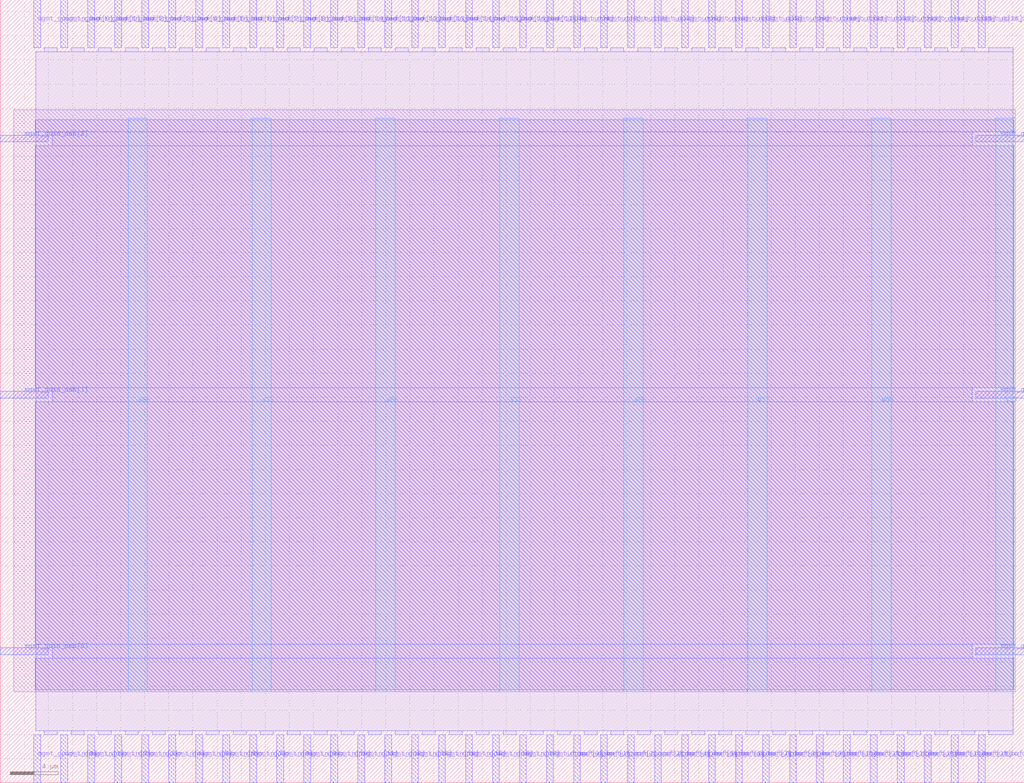
<source format=lef>
VERSION 5.7 ;
  NOWIREEXTENSIONATPIN ON ;
  DIVIDERCHAR "/" ;
  BUSBITCHARS "[]" ;
MACRO mprj_io_buffer
  CLASS BLOCK ;
  FOREIGN mprj_io_buffer ;
  ORIGIN 0.000 0.000 ;
  SIZE 85.000 BY 65.000 ;
  PIN VDD
    DIRECTION INOUT ;
    USE POWER ;
    PORT
      LAYER Metal4 ;
        RECT 10.610 7.540 12.210 55.180 ;
    END
    PORT
      LAYER Metal4 ;
        RECT 31.190 7.540 32.790 55.180 ;
    END
    PORT
      LAYER Metal4 ;
        RECT 51.770 7.540 53.370 55.180 ;
    END
    PORT
      LAYER Metal4 ;
        RECT 72.350 7.540 73.950 55.180 ;
    END
  END VDD
  PIN VSS
    DIRECTION INOUT ;
    USE GROUND ;
    PORT
      LAYER Metal4 ;
        RECT 20.900 7.540 22.500 55.180 ;
    END
    PORT
      LAYER Metal4 ;
        RECT 41.480 7.540 43.080 55.180 ;
    END
    PORT
      LAYER Metal4 ;
        RECT 62.060 7.540 63.660 55.180 ;
    END
    PORT
      LAYER Metal4 ;
        RECT 82.640 7.540 84.240 55.180 ;
    END
  END VSS
  PIN mgmt_gpio_in[0]
    DIRECTION INPUT ;
    USE SIGNAL ;
    PORT
      LAYER Metal2 ;
        RECT 2.800 0.000 3.360 4.000 ;
    END
  END mgmt_gpio_in[0]
  PIN mgmt_gpio_in[10]
    DIRECTION INPUT ;
    USE SIGNAL ;
    PORT
      LAYER Metal2 ;
        RECT 25.200 0.000 25.760 4.000 ;
    END
  END mgmt_gpio_in[10]
  PIN mgmt_gpio_in[11]
    DIRECTION INPUT ;
    USE SIGNAL ;
    PORT
      LAYER Metal2 ;
        RECT 27.440 0.000 28.000 4.000 ;
    END
  END mgmt_gpio_in[11]
  PIN mgmt_gpio_in[12]
    DIRECTION INPUT ;
    USE SIGNAL ;
    PORT
      LAYER Metal2 ;
        RECT 29.680 0.000 30.240 4.000 ;
    END
  END mgmt_gpio_in[12]
  PIN mgmt_gpio_in[13]
    DIRECTION INPUT ;
    USE SIGNAL ;
    PORT
      LAYER Metal2 ;
        RECT 31.920 0.000 32.480 4.000 ;
    END
  END mgmt_gpio_in[13]
  PIN mgmt_gpio_in[14]
    DIRECTION INPUT ;
    USE SIGNAL ;
    PORT
      LAYER Metal2 ;
        RECT 34.160 0.000 34.720 4.000 ;
    END
  END mgmt_gpio_in[14]
  PIN mgmt_gpio_in[15]
    DIRECTION INPUT ;
    USE SIGNAL ;
    PORT
      LAYER Metal2 ;
        RECT 36.400 0.000 36.960 4.000 ;
    END
  END mgmt_gpio_in[15]
  PIN mgmt_gpio_in[16]
    DIRECTION INPUT ;
    USE SIGNAL ;
    PORT
      LAYER Metal2 ;
        RECT 38.640 0.000 39.200 4.000 ;
    END
  END mgmt_gpio_in[16]
  PIN mgmt_gpio_in[17]
    DIRECTION INPUT ;
    USE SIGNAL ;
    PORT
      LAYER Metal2 ;
        RECT 40.880 0.000 41.440 4.000 ;
    END
  END mgmt_gpio_in[17]
  PIN mgmt_gpio_in[1]
    DIRECTION INPUT ;
    USE SIGNAL ;
    PORT
      LAYER Metal2 ;
        RECT 5.040 0.000 5.600 4.000 ;
    END
  END mgmt_gpio_in[1]
  PIN mgmt_gpio_in[2]
    DIRECTION INPUT ;
    USE SIGNAL ;
    PORT
      LAYER Metal2 ;
        RECT 7.280 0.000 7.840 4.000 ;
    END
  END mgmt_gpio_in[2]
  PIN mgmt_gpio_in[3]
    DIRECTION INPUT ;
    USE SIGNAL ;
    PORT
      LAYER Metal2 ;
        RECT 9.520 0.000 10.080 4.000 ;
    END
  END mgmt_gpio_in[3]
  PIN mgmt_gpio_in[4]
    DIRECTION INPUT ;
    USE SIGNAL ;
    PORT
      LAYER Metal2 ;
        RECT 11.760 0.000 12.320 4.000 ;
    END
  END mgmt_gpio_in[4]
  PIN mgmt_gpio_in[5]
    DIRECTION INPUT ;
    USE SIGNAL ;
    PORT
      LAYER Metal2 ;
        RECT 14.000 0.000 14.560 4.000 ;
    END
  END mgmt_gpio_in[5]
  PIN mgmt_gpio_in[6]
    DIRECTION INPUT ;
    USE SIGNAL ;
    PORT
      LAYER Metal2 ;
        RECT 16.240 0.000 16.800 4.000 ;
    END
  END mgmt_gpio_in[6]
  PIN mgmt_gpio_in[7]
    DIRECTION INPUT ;
    USE SIGNAL ;
    PORT
      LAYER Metal2 ;
        RECT 18.480 0.000 19.040 4.000 ;
    END
  END mgmt_gpio_in[7]
  PIN mgmt_gpio_in[8]
    DIRECTION INPUT ;
    USE SIGNAL ;
    PORT
      LAYER Metal2 ;
        RECT 20.720 0.000 21.280 4.000 ;
    END
  END mgmt_gpio_in[8]
  PIN mgmt_gpio_in[9]
    DIRECTION INPUT ;
    USE SIGNAL ;
    PORT
      LAYER Metal2 ;
        RECT 22.960 0.000 23.520 4.000 ;
    END
  END mgmt_gpio_in[9]
  PIN mgmt_gpio_in_buf[0]
    DIRECTION OUTPUT TRISTATE ;
    USE SIGNAL ;
    PORT
      LAYER Metal2 ;
        RECT 2.800 61.000 3.360 65.000 ;
    END
  END mgmt_gpio_in_buf[0]
  PIN mgmt_gpio_in_buf[10]
    DIRECTION OUTPUT TRISTATE ;
    USE SIGNAL ;
    PORT
      LAYER Metal2 ;
        RECT 25.200 61.000 25.760 65.000 ;
    END
  END mgmt_gpio_in_buf[10]
  PIN mgmt_gpio_in_buf[11]
    DIRECTION OUTPUT TRISTATE ;
    USE SIGNAL ;
    PORT
      LAYER Metal2 ;
        RECT 27.440 61.000 28.000 65.000 ;
    END
  END mgmt_gpio_in_buf[11]
  PIN mgmt_gpio_in_buf[12]
    DIRECTION OUTPUT TRISTATE ;
    USE SIGNAL ;
    PORT
      LAYER Metal2 ;
        RECT 29.680 61.000 30.240 65.000 ;
    END
  END mgmt_gpio_in_buf[12]
  PIN mgmt_gpio_in_buf[13]
    DIRECTION OUTPUT TRISTATE ;
    USE SIGNAL ;
    PORT
      LAYER Metal2 ;
        RECT 31.920 61.000 32.480 65.000 ;
    END
  END mgmt_gpio_in_buf[13]
  PIN mgmt_gpio_in_buf[14]
    DIRECTION OUTPUT TRISTATE ;
    USE SIGNAL ;
    PORT
      LAYER Metal2 ;
        RECT 34.160 61.000 34.720 65.000 ;
    END
  END mgmt_gpio_in_buf[14]
  PIN mgmt_gpio_in_buf[15]
    DIRECTION OUTPUT TRISTATE ;
    USE SIGNAL ;
    PORT
      LAYER Metal2 ;
        RECT 36.400 61.000 36.960 65.000 ;
    END
  END mgmt_gpio_in_buf[15]
  PIN mgmt_gpio_in_buf[16]
    DIRECTION OUTPUT TRISTATE ;
    USE SIGNAL ;
    PORT
      LAYER Metal2 ;
        RECT 38.640 61.000 39.200 65.000 ;
    END
  END mgmt_gpio_in_buf[16]
  PIN mgmt_gpio_in_buf[17]
    DIRECTION OUTPUT TRISTATE ;
    USE SIGNAL ;
    PORT
      LAYER Metal2 ;
        RECT 40.880 61.000 41.440 65.000 ;
    END
  END mgmt_gpio_in_buf[17]
  PIN mgmt_gpio_in_buf[1]
    DIRECTION OUTPUT TRISTATE ;
    USE SIGNAL ;
    PORT
      LAYER Metal2 ;
        RECT 5.040 61.000 5.600 65.000 ;
    END
  END mgmt_gpio_in_buf[1]
  PIN mgmt_gpio_in_buf[2]
    DIRECTION OUTPUT TRISTATE ;
    USE SIGNAL ;
    PORT
      LAYER Metal2 ;
        RECT 7.280 61.000 7.840 65.000 ;
    END
  END mgmt_gpio_in_buf[2]
  PIN mgmt_gpio_in_buf[3]
    DIRECTION OUTPUT TRISTATE ;
    USE SIGNAL ;
    PORT
      LAYER Metal2 ;
        RECT 9.520 61.000 10.080 65.000 ;
    END
  END mgmt_gpio_in_buf[3]
  PIN mgmt_gpio_in_buf[4]
    DIRECTION OUTPUT TRISTATE ;
    USE SIGNAL ;
    PORT
      LAYER Metal2 ;
        RECT 11.760 61.000 12.320 65.000 ;
    END
  END mgmt_gpio_in_buf[4]
  PIN mgmt_gpio_in_buf[5]
    DIRECTION OUTPUT TRISTATE ;
    USE SIGNAL ;
    PORT
      LAYER Metal2 ;
        RECT 14.000 61.000 14.560 65.000 ;
    END
  END mgmt_gpio_in_buf[5]
  PIN mgmt_gpio_in_buf[6]
    DIRECTION OUTPUT TRISTATE ;
    USE SIGNAL ;
    PORT
      LAYER Metal2 ;
        RECT 16.240 61.000 16.800 65.000 ;
    END
  END mgmt_gpio_in_buf[6]
  PIN mgmt_gpio_in_buf[7]
    DIRECTION OUTPUT TRISTATE ;
    USE SIGNAL ;
    PORT
      LAYER Metal2 ;
        RECT 18.480 61.000 19.040 65.000 ;
    END
  END mgmt_gpio_in_buf[7]
  PIN mgmt_gpio_in_buf[8]
    DIRECTION OUTPUT TRISTATE ;
    USE SIGNAL ;
    PORT
      LAYER Metal2 ;
        RECT 20.720 61.000 21.280 65.000 ;
    END
  END mgmt_gpio_in_buf[8]
  PIN mgmt_gpio_in_buf[9]
    DIRECTION OUTPUT TRISTATE ;
    USE SIGNAL ;
    PORT
      LAYER Metal2 ;
        RECT 22.960 61.000 23.520 65.000 ;
    END
  END mgmt_gpio_in_buf[9]
  PIN mgmt_gpio_oeb[0]
    DIRECTION INPUT ;
    USE SIGNAL ;
    PORT
      LAYER Metal3 ;
        RECT 0.000 10.640 4.000 11.200 ;
    END
  END mgmt_gpio_oeb[0]
  PIN mgmt_gpio_oeb[1]
    DIRECTION INPUT ;
    USE SIGNAL ;
    PORT
      LAYER Metal3 ;
        RECT 0.000 31.920 4.000 32.480 ;
    END
  END mgmt_gpio_oeb[1]
  PIN mgmt_gpio_oeb[2]
    DIRECTION INPUT ;
    USE SIGNAL ;
    PORT
      LAYER Metal3 ;
        RECT 0.000 53.200 4.000 53.760 ;
    END
  END mgmt_gpio_oeb[2]
  PIN mgmt_gpio_oeb_buf[0]
    DIRECTION OUTPUT TRISTATE ;
    USE SIGNAL ;
    PORT
      LAYER Metal3 ;
        RECT 81.000 10.640 85.000 11.200 ;
    END
  END mgmt_gpio_oeb_buf[0]
  PIN mgmt_gpio_oeb_buf[1]
    DIRECTION OUTPUT TRISTATE ;
    USE SIGNAL ;
    PORT
      LAYER Metal3 ;
        RECT 81.000 31.920 85.000 32.480 ;
    END
  END mgmt_gpio_oeb_buf[1]
  PIN mgmt_gpio_oeb_buf[2]
    DIRECTION OUTPUT TRISTATE ;
    USE SIGNAL ;
    PORT
      LAYER Metal3 ;
        RECT 81.000 53.200 85.000 53.760 ;
    END
  END mgmt_gpio_oeb_buf[2]
  PIN mgmt_gpio_out[0]
    DIRECTION INPUT ;
    USE SIGNAL ;
    PORT
      LAYER Metal2 ;
        RECT 43.120 61.000 43.680 65.000 ;
    END
  END mgmt_gpio_out[0]
  PIN mgmt_gpio_out[10]
    DIRECTION INPUT ;
    USE SIGNAL ;
    PORT
      LAYER Metal2 ;
        RECT 65.520 61.000 66.080 65.000 ;
    END
  END mgmt_gpio_out[10]
  PIN mgmt_gpio_out[11]
    DIRECTION INPUT ;
    USE SIGNAL ;
    PORT
      LAYER Metal2 ;
        RECT 67.760 61.000 68.320 65.000 ;
    END
  END mgmt_gpio_out[11]
  PIN mgmt_gpio_out[12]
    DIRECTION INPUT ;
    USE SIGNAL ;
    PORT
      LAYER Metal2 ;
        RECT 70.000 61.000 70.560 65.000 ;
    END
  END mgmt_gpio_out[12]
  PIN mgmt_gpio_out[13]
    DIRECTION INPUT ;
    USE SIGNAL ;
    PORT
      LAYER Metal2 ;
        RECT 72.240 61.000 72.800 65.000 ;
    END
  END mgmt_gpio_out[13]
  PIN mgmt_gpio_out[14]
    DIRECTION INPUT ;
    USE SIGNAL ;
    PORT
      LAYER Metal2 ;
        RECT 74.480 61.000 75.040 65.000 ;
    END
  END mgmt_gpio_out[14]
  PIN mgmt_gpio_out[15]
    DIRECTION INPUT ;
    USE SIGNAL ;
    PORT
      LAYER Metal2 ;
        RECT 76.720 61.000 77.280 65.000 ;
    END
  END mgmt_gpio_out[15]
  PIN mgmt_gpio_out[16]
    DIRECTION INPUT ;
    USE SIGNAL ;
    PORT
      LAYER Metal2 ;
        RECT 78.960 61.000 79.520 65.000 ;
    END
  END mgmt_gpio_out[16]
  PIN mgmt_gpio_out[17]
    DIRECTION INPUT ;
    USE SIGNAL ;
    PORT
      LAYER Metal2 ;
        RECT 81.200 61.000 81.760 65.000 ;
    END
  END mgmt_gpio_out[17]
  PIN mgmt_gpio_out[1]
    DIRECTION INPUT ;
    USE SIGNAL ;
    PORT
      LAYER Metal2 ;
        RECT 45.360 61.000 45.920 65.000 ;
    END
  END mgmt_gpio_out[1]
  PIN mgmt_gpio_out[2]
    DIRECTION INPUT ;
    USE SIGNAL ;
    PORT
      LAYER Metal2 ;
        RECT 47.600 61.000 48.160 65.000 ;
    END
  END mgmt_gpio_out[2]
  PIN mgmt_gpio_out[3]
    DIRECTION INPUT ;
    USE SIGNAL ;
    PORT
      LAYER Metal2 ;
        RECT 49.840 61.000 50.400 65.000 ;
    END
  END mgmt_gpio_out[3]
  PIN mgmt_gpio_out[4]
    DIRECTION INPUT ;
    USE SIGNAL ;
    PORT
      LAYER Metal2 ;
        RECT 52.080 61.000 52.640 65.000 ;
    END
  END mgmt_gpio_out[4]
  PIN mgmt_gpio_out[5]
    DIRECTION INPUT ;
    USE SIGNAL ;
    PORT
      LAYER Metal2 ;
        RECT 54.320 61.000 54.880 65.000 ;
    END
  END mgmt_gpio_out[5]
  PIN mgmt_gpio_out[6]
    DIRECTION INPUT ;
    USE SIGNAL ;
    PORT
      LAYER Metal2 ;
        RECT 56.560 61.000 57.120 65.000 ;
    END
  END mgmt_gpio_out[6]
  PIN mgmt_gpio_out[7]
    DIRECTION INPUT ;
    USE SIGNAL ;
    PORT
      LAYER Metal2 ;
        RECT 58.800 61.000 59.360 65.000 ;
    END
  END mgmt_gpio_out[7]
  PIN mgmt_gpio_out[8]
    DIRECTION INPUT ;
    USE SIGNAL ;
    PORT
      LAYER Metal2 ;
        RECT 61.040 61.000 61.600 65.000 ;
    END
  END mgmt_gpio_out[8]
  PIN mgmt_gpio_out[9]
    DIRECTION INPUT ;
    USE SIGNAL ;
    PORT
      LAYER Metal2 ;
        RECT 63.280 61.000 63.840 65.000 ;
    END
  END mgmt_gpio_out[9]
  PIN mgmt_gpio_out_buf[0]
    DIRECTION OUTPUT TRISTATE ;
    USE SIGNAL ;
    PORT
      LAYER Metal2 ;
        RECT 43.120 0.000 43.680 4.000 ;
    END
  END mgmt_gpio_out_buf[0]
  PIN mgmt_gpio_out_buf[10]
    DIRECTION OUTPUT TRISTATE ;
    USE SIGNAL ;
    PORT
      LAYER Metal2 ;
        RECT 65.520 0.000 66.080 4.000 ;
    END
  END mgmt_gpio_out_buf[10]
  PIN mgmt_gpio_out_buf[11]
    DIRECTION OUTPUT TRISTATE ;
    USE SIGNAL ;
    PORT
      LAYER Metal2 ;
        RECT 67.760 0.000 68.320 4.000 ;
    END
  END mgmt_gpio_out_buf[11]
  PIN mgmt_gpio_out_buf[12]
    DIRECTION OUTPUT TRISTATE ;
    USE SIGNAL ;
    PORT
      LAYER Metal2 ;
        RECT 70.000 0.000 70.560 4.000 ;
    END
  END mgmt_gpio_out_buf[12]
  PIN mgmt_gpio_out_buf[13]
    DIRECTION OUTPUT TRISTATE ;
    USE SIGNAL ;
    PORT
      LAYER Metal2 ;
        RECT 72.240 0.000 72.800 4.000 ;
    END
  END mgmt_gpio_out_buf[13]
  PIN mgmt_gpio_out_buf[14]
    DIRECTION OUTPUT TRISTATE ;
    USE SIGNAL ;
    PORT
      LAYER Metal2 ;
        RECT 74.480 0.000 75.040 4.000 ;
    END
  END mgmt_gpio_out_buf[14]
  PIN mgmt_gpio_out_buf[15]
    DIRECTION OUTPUT TRISTATE ;
    USE SIGNAL ;
    PORT
      LAYER Metal2 ;
        RECT 76.720 0.000 77.280 4.000 ;
    END
  END mgmt_gpio_out_buf[15]
  PIN mgmt_gpio_out_buf[16]
    DIRECTION OUTPUT TRISTATE ;
    USE SIGNAL ;
    PORT
      LAYER Metal2 ;
        RECT 78.960 0.000 79.520 4.000 ;
    END
  END mgmt_gpio_out_buf[16]
  PIN mgmt_gpio_out_buf[17]
    DIRECTION OUTPUT TRISTATE ;
    USE SIGNAL ;
    PORT
      LAYER Metal2 ;
        RECT 81.200 0.000 81.760 4.000 ;
    END
  END mgmt_gpio_out_buf[17]
  PIN mgmt_gpio_out_buf[1]
    DIRECTION OUTPUT TRISTATE ;
    USE SIGNAL ;
    PORT
      LAYER Metal2 ;
        RECT 45.360 0.000 45.920 4.000 ;
    END
  END mgmt_gpio_out_buf[1]
  PIN mgmt_gpio_out_buf[2]
    DIRECTION OUTPUT TRISTATE ;
    USE SIGNAL ;
    PORT
      LAYER Metal2 ;
        RECT 47.600 0.000 48.160 4.000 ;
    END
  END mgmt_gpio_out_buf[2]
  PIN mgmt_gpio_out_buf[3]
    DIRECTION OUTPUT TRISTATE ;
    USE SIGNAL ;
    PORT
      LAYER Metal2 ;
        RECT 49.840 0.000 50.400 4.000 ;
    END
  END mgmt_gpio_out_buf[3]
  PIN mgmt_gpio_out_buf[4]
    DIRECTION OUTPUT TRISTATE ;
    USE SIGNAL ;
    PORT
      LAYER Metal2 ;
        RECT 52.080 0.000 52.640 4.000 ;
    END
  END mgmt_gpio_out_buf[4]
  PIN mgmt_gpio_out_buf[5]
    DIRECTION OUTPUT TRISTATE ;
    USE SIGNAL ;
    PORT
      LAYER Metal2 ;
        RECT 54.320 0.000 54.880 4.000 ;
    END
  END mgmt_gpio_out_buf[5]
  PIN mgmt_gpio_out_buf[6]
    DIRECTION OUTPUT TRISTATE ;
    USE SIGNAL ;
    PORT
      LAYER Metal2 ;
        RECT 56.560 0.000 57.120 4.000 ;
    END
  END mgmt_gpio_out_buf[6]
  PIN mgmt_gpio_out_buf[7]
    DIRECTION OUTPUT TRISTATE ;
    USE SIGNAL ;
    PORT
      LAYER Metal2 ;
        RECT 58.800 0.000 59.360 4.000 ;
    END
  END mgmt_gpio_out_buf[7]
  PIN mgmt_gpio_out_buf[8]
    DIRECTION OUTPUT TRISTATE ;
    USE SIGNAL ;
    PORT
      LAYER Metal2 ;
        RECT 61.040 0.000 61.600 4.000 ;
    END
  END mgmt_gpio_out_buf[8]
  PIN mgmt_gpio_out_buf[9]
    DIRECTION OUTPUT TRISTATE ;
    USE SIGNAL ;
    PORT
      LAYER Metal2 ;
        RECT 63.280 0.000 63.840 4.000 ;
    END
  END mgmt_gpio_out_buf[9]
  OBS
      LAYER Metal1 ;
        RECT 1.120 7.540 84.240 55.850 ;
      LAYER Metal2 ;
        RECT 3.660 60.700 4.740 61.000 ;
        RECT 5.900 60.700 6.980 61.000 ;
        RECT 8.140 60.700 9.220 61.000 ;
        RECT 10.380 60.700 11.460 61.000 ;
        RECT 12.620 60.700 13.700 61.000 ;
        RECT 14.860 60.700 15.940 61.000 ;
        RECT 17.100 60.700 18.180 61.000 ;
        RECT 19.340 60.700 20.420 61.000 ;
        RECT 21.580 60.700 22.660 61.000 ;
        RECT 23.820 60.700 24.900 61.000 ;
        RECT 26.060 60.700 27.140 61.000 ;
        RECT 28.300 60.700 29.380 61.000 ;
        RECT 30.540 60.700 31.620 61.000 ;
        RECT 32.780 60.700 33.860 61.000 ;
        RECT 35.020 60.700 36.100 61.000 ;
        RECT 37.260 60.700 38.340 61.000 ;
        RECT 39.500 60.700 40.580 61.000 ;
        RECT 41.740 60.700 42.820 61.000 ;
        RECT 43.980 60.700 45.060 61.000 ;
        RECT 46.220 60.700 47.300 61.000 ;
        RECT 48.460 60.700 49.540 61.000 ;
        RECT 50.700 60.700 51.780 61.000 ;
        RECT 52.940 60.700 54.020 61.000 ;
        RECT 55.180 60.700 56.260 61.000 ;
        RECT 57.420 60.700 58.500 61.000 ;
        RECT 59.660 60.700 60.740 61.000 ;
        RECT 61.900 60.700 62.980 61.000 ;
        RECT 64.140 60.700 65.220 61.000 ;
        RECT 66.380 60.700 67.460 61.000 ;
        RECT 68.620 60.700 69.700 61.000 ;
        RECT 70.860 60.700 71.940 61.000 ;
        RECT 73.100 60.700 74.180 61.000 ;
        RECT 75.340 60.700 76.420 61.000 ;
        RECT 77.580 60.700 78.660 61.000 ;
        RECT 79.820 60.700 80.900 61.000 ;
        RECT 82.060 60.700 84.100 61.000 ;
        RECT 2.940 4.300 84.100 60.700 ;
        RECT 3.660 4.000 4.740 4.300 ;
        RECT 5.900 4.000 6.980 4.300 ;
        RECT 8.140 4.000 9.220 4.300 ;
        RECT 10.380 4.000 11.460 4.300 ;
        RECT 12.620 4.000 13.700 4.300 ;
        RECT 14.860 4.000 15.940 4.300 ;
        RECT 17.100 4.000 18.180 4.300 ;
        RECT 19.340 4.000 20.420 4.300 ;
        RECT 21.580 4.000 22.660 4.300 ;
        RECT 23.820 4.000 24.900 4.300 ;
        RECT 26.060 4.000 27.140 4.300 ;
        RECT 28.300 4.000 29.380 4.300 ;
        RECT 30.540 4.000 31.620 4.300 ;
        RECT 32.780 4.000 33.860 4.300 ;
        RECT 35.020 4.000 36.100 4.300 ;
        RECT 37.260 4.000 38.340 4.300 ;
        RECT 39.500 4.000 40.580 4.300 ;
        RECT 41.740 4.000 42.820 4.300 ;
        RECT 43.980 4.000 45.060 4.300 ;
        RECT 46.220 4.000 47.300 4.300 ;
        RECT 48.460 4.000 49.540 4.300 ;
        RECT 50.700 4.000 51.780 4.300 ;
        RECT 52.940 4.000 54.020 4.300 ;
        RECT 55.180 4.000 56.260 4.300 ;
        RECT 57.420 4.000 58.500 4.300 ;
        RECT 59.660 4.000 60.740 4.300 ;
        RECT 61.900 4.000 62.980 4.300 ;
        RECT 64.140 4.000 65.220 4.300 ;
        RECT 66.380 4.000 67.460 4.300 ;
        RECT 68.620 4.000 69.700 4.300 ;
        RECT 70.860 4.000 71.940 4.300 ;
        RECT 73.100 4.000 74.180 4.300 ;
        RECT 75.340 4.000 76.420 4.300 ;
        RECT 77.580 4.000 78.660 4.300 ;
        RECT 79.820 4.000 80.900 4.300 ;
        RECT 82.060 4.000 84.100 4.300 ;
      LAYER Metal3 ;
        RECT 2.890 54.060 84.150 55.020 ;
        RECT 4.300 52.900 80.700 54.060 ;
        RECT 2.890 32.780 84.150 52.900 ;
        RECT 4.300 31.620 80.700 32.780 ;
        RECT 2.890 11.500 84.150 31.620 ;
        RECT 4.300 10.340 80.700 11.500 ;
        RECT 2.890 7.700 84.150 10.340 ;
  END
END mprj_io_buffer
END LIBRARY


</source>
